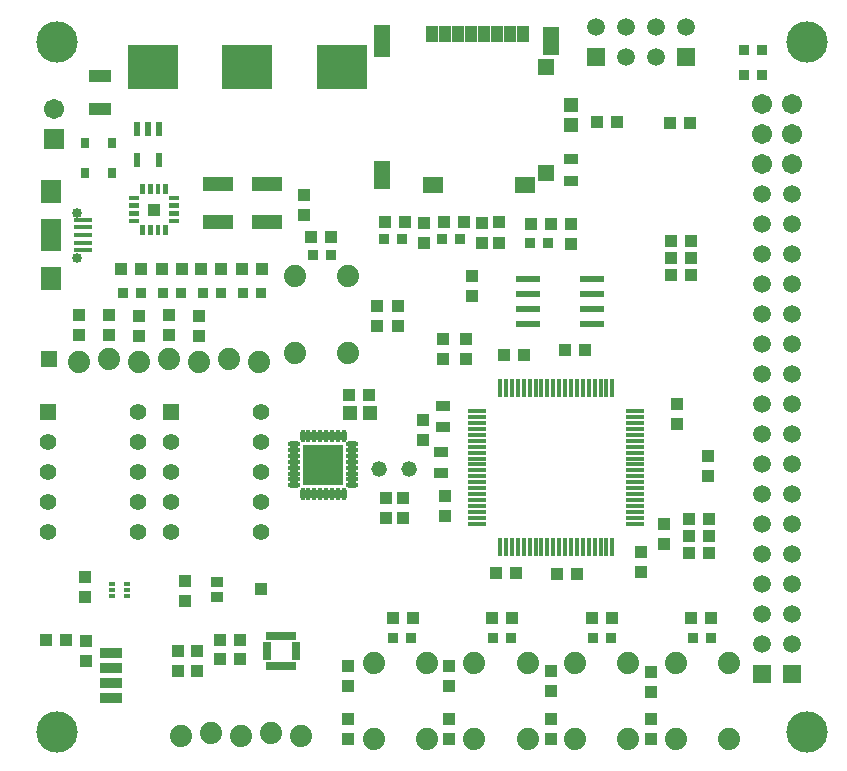
<source format=gbr>
%TF.GenerationSoftware,Novarm,DipTrace,3.2.0.1*%
%TF.CreationDate,2017-11-24T17:42:06-08:00*%
%FSLAX26Y26*%
%MOIN*%
%TF.FileFunction,Soldermask,Top*%
%TF.Part,Single*%
%AMOUTLINE0*
4,1,4,
-0.049213,-0.023622,
0.049213,-0.023622,
0.049213,0.023622,
-0.049213,0.023622,
-0.049213,-0.023622,
0*%
%AMOUTLINE1*
4,1,4,
-0.012402,-0.016339,
0.012402,-0.016339,
0.012402,0.016339,
-0.012402,0.016339,
-0.012402,-0.016339,
0*%
%AMOUTLINE2*
4,1,4,
-0.035433,0.019685,
-0.035433,-0.019685,
0.035433,-0.019685,
0.035433,0.019685,
-0.035433,0.019685,
0*%
%AMOUTLINE3*
4,1,4,
-0.028543,0.007874,
-0.028543,-0.007874,
0.028543,-0.007874,
0.028543,0.007874,
-0.028543,0.007874,
0*%
%AMOUTLINE4*
4,1,4,
-0.029528,0.035433,
-0.029528,-0.035433,
0.029528,-0.035433,
0.029528,0.035433,
-0.029528,0.035433,
0*%
%AMOUTLINE5*
4,1,4,
-0.029528,0.049213,
-0.029528,-0.049213,
0.029528,-0.049213,
0.029528,0.049213,
-0.029528,0.049213,
0*%
%AMOUTLINE6*
4,1,4,
0.026163,0.026163,
0.026205,-0.026121,
-0.026121,-0.026205,
-0.026163,0.026163,
0.026163,0.026163,
0*%
%AMOUTLINE7*
4,1,4,
-0.023622,0.015748,
-0.023622,-0.015748,
0.023622,-0.015748,
0.023622,0.015748,
-0.023622,0.015748,
0*%
%AMOUTLINE8*
4,1,4,
0.023622,-0.015748,
0.023622,0.015748,
-0.023622,0.015748,
-0.023622,-0.015748,
0.023622,-0.015748,
0*%
%AMOUTLINE9*
4,1,4,
-0.015748,0.015748,
-0.015748,-0.015748,
0.015748,-0.015748,
0.015748,0.015748,
-0.015748,0.015748,
0*%
%AMOUTLINE10*
4,1,4,
0.00689,-0.01378,
0.00689,0.01378,
-0.00689,0.01378,
-0.00689,-0.01378,
0.00689,-0.01378,
0*%
%AMOUTLINE11*
4,1,4,
0.01378,0.00689,
-0.01378,0.00689,
-0.01378,-0.00689,
0.01378,-0.00689,
0.01378,0.00689,
0*%
%AMOUTLINE12*
4,1,4,
-0.00689,0.01378,
-0.00689,-0.01378,
0.00689,-0.01378,
0.00689,0.01378,
-0.00689,0.01378,
0*%
%AMOUTLINE13*
4,1,4,
-0.01378,-0.00689,
0.01378,-0.00689,
0.01378,0.00689,
-0.01378,0.00689,
-0.01378,-0.00689,
0*%
%AMOUTLINE14*
4,1,4,
0.019685,-0.019685,
0.019685,0.019685,
-0.019685,0.019685,
-0.019685,-0.019685,
0.019685,-0.019685,
0*%
%AMOUTLINE15*
4,1,4,
-0.010827,-0.023622,
0.010827,-0.023622,
0.010827,0.023622,
-0.010827,0.023622,
-0.010827,-0.023622,
0*%
%AMOUTLINE16*
4,1,4,
0.021654,0.015748,
-0.021654,0.015748,
-0.021654,-0.015748,
0.021654,-0.015748,
0.021654,0.015748,
0*%
%AMOUTLINE17*
4,1,4,
0.021654,0.019685,
-0.021654,0.019685,
-0.021654,-0.019685,
0.021654,-0.019685,
0.021654,0.019685,
0*%
%AMOUTLINE18*
4,1,4,
0.035433,-0.015748,
0.035433,0.015748,
-0.035433,0.015748,
-0.035433,-0.015748,
0.035433,-0.015748,
0*%
%AMOUTLINE19*
4,1,4,
-0.009843,0.005906,
-0.009843,-0.005906,
0.009843,-0.005906,
0.009843,0.005906,
-0.009843,0.005906,
0*%
%ADD24R,0.043307X0.03937*%
%ADD25R,0.03937X0.043307*%
%ADD39R,0.059055X0.059055*%
%ADD40C,0.059055*%
%ADD41C,0.074*%
%ADD44C,0.052*%
%ADD46R,0.062992X0.011811*%
%ADD47R,0.011811X0.062992*%
%ADD48R,0.07874X0.023622*%
%ADD52R,0.05937X0.05937*%
%ADD53C,0.05937*%
%ADD59C,0.137795*%
%ADD60C,0.033465*%
%ADD68R,0.135953X0.135953*%
%ADD70O,0.041465X0.019811*%
%ADD72O,0.019811X0.041465*%
%ADD78R,0.027685X0.019811*%
%ADD80R,0.019811X0.027685*%
%ADD92C,0.067055*%
%ADD94R,0.067055X0.067055*%
%ADD96R,0.053669X0.057213*%
%ADD98R,0.053669X0.055244*%
%ADD100R,0.067055X0.053276*%
%ADD102R,0.053276X0.094614*%
%ADD104R,0.053276X0.106425*%
%ADD106R,0.039496X0.056819*%
%ADD108C,0.056*%
%ADD110R,0.055992X0.055992*%
%ADD112R,0.04737X0.051307*%
%ADD114R,0.051307X0.04737*%
%ADD116R,0.16548X0.149732*%
%ADD121OUTLINE0*%
%ADD122OUTLINE1*%
%ADD123OUTLINE2*%
%ADD124OUTLINE3*%
%ADD125OUTLINE4*%
%ADD126OUTLINE5*%
%ADD127OUTLINE6*%
%ADD128OUTLINE7*%
%ADD129OUTLINE8*%
%ADD130OUTLINE9*%
%ADD131OUTLINE10*%
%ADD132OUTLINE11*%
%ADD133OUTLINE12*%
%ADD134OUTLINE13*%
%ADD135OUTLINE14*%
%ADD136OUTLINE15*%
%ADD137OUTLINE16*%
%ADD138OUTLINE17*%
%ADD139OUTLINE18*%
%ADD140OUTLINE19*%
G75*
G01*
%LPD*%
D116*
X1444001Y2709623D3*
X1129041D3*
X814080D3*
D24*
X2050424Y1750382D3*
X1983495D3*
D112*
X2206310Y2515915D3*
Y2582844D3*
D24*
X1956664Y1025306D3*
X2023593D3*
D25*
X2519000Y1119000D3*
Y1185929D3*
D24*
X2228182Y1019197D3*
X2161253D3*
D25*
X2559625Y1519000D3*
Y1585929D3*
X1787749Y1281500D3*
Y1214571D3*
X1715875Y1465871D3*
Y1532801D3*
X1647003Y1275156D3*
Y1208227D3*
X1590752Y1275156D3*
Y1208227D3*
D121*
X1031470Y2322129D3*
Y2192207D3*
X1193987Y2322129D3*
Y2192207D3*
D24*
X2187562Y1765992D3*
X2254491D3*
D25*
X1319000Y2284625D3*
Y2217696D3*
X1877465Y2014965D3*
Y1948035D3*
D24*
X1037752Y800249D3*
X1104681D3*
X1103378Y737749D3*
X1036449D3*
D25*
X587749Y944000D3*
Y1010929D3*
X589982Y796243D3*
Y729314D3*
D24*
X1469000Y1615875D3*
X1535929D3*
D122*
X587730Y2456546D3*
X678281D3*
X587730Y2356556D3*
X678281D3*
D110*
X875251Y1559625D3*
D108*
Y1459625D3*
Y1359625D3*
Y1259625D3*
Y1159625D3*
X1175251D3*
Y1259625D3*
Y1359625D3*
Y1459625D3*
Y1559625D3*
D110*
X465875D3*
D108*
Y1459625D3*
Y1359625D3*
Y1259625D3*
Y1159625D3*
X765875D3*
Y1259625D3*
Y1359625D3*
Y1459625D3*
Y1559625D3*
D123*
X637724Y2569034D3*
Y2679270D3*
D59*
X494000Y494000D3*
X2994000D3*
Y2794000D3*
X494000D3*
G36*
X507681Y2334658D2*
X440820D1*
Y2255851D1*
X507681D1*
Y2334658D1*
G37*
G36*
Y2044594D2*
X440820D1*
Y1965787D1*
X507681D1*
Y2044594D1*
G37*
G36*
Y2203405D2*
X440845D1*
Y2097040D1*
X507681D1*
Y2203405D1*
G37*
D124*
X581500Y2150251D3*
Y2175841D3*
Y2099070D3*
Y2124659D3*
D125*
X474217Y2295329D3*
Y2005172D3*
D126*
Y2150251D3*
D124*
X581500Y2201430D3*
D60*
X560831Y2225054D3*
Y2075446D3*
D106*
X1745409Y2821198D3*
X1788717D3*
X1832024D3*
X1875331D3*
X1918638D3*
X1961945D3*
X2005252D3*
X2048559D3*
D104*
X1578480Y2796408D3*
D102*
Y2350345D3*
D100*
X1747772Y2318849D3*
X2054071D3*
D98*
X2125331Y2357431D3*
D96*
Y2711761D3*
D102*
X2141079Y2796408D3*
D94*
X484615Y2472169D3*
D92*
Y2572169D3*
D127*
X469000Y1737749D3*
D41*
X569000Y1727749D3*
X669000Y1737749D3*
X769000Y1727749D3*
X869000Y1737749D3*
X969000Y1727749D3*
X1069000Y1737749D3*
X1169000Y1727749D3*
D128*
X1775398Y1356591D3*
Y1427457D3*
D129*
X1781647Y1581614D3*
Y1510748D3*
D128*
X2206310Y2331559D3*
Y2402425D3*
D130*
X1407251Y2083751D3*
X1348196D3*
X908583Y1956501D3*
X849528D3*
X775251D3*
X716196D3*
X1175249D3*
X1116194D3*
X1041916D3*
X982861D3*
X2675249Y806500D3*
X2616194D3*
X2341916D3*
X2282861D3*
X2008584D3*
X1949529D3*
X1675251D3*
X1616196D3*
X1837902Y2137923D3*
X1778846D3*
X1644131D3*
X1585076D3*
X2131682Y2125421D3*
X2072627D3*
X2844000Y2684630D3*
X2784945D3*
X2844000Y2765881D3*
X2784945D3*
D44*
X1569000Y1369000D3*
X1669000D3*
D25*
X1781654Y1736257D3*
Y1803186D3*
X1856654Y1737881D3*
Y1804810D3*
D24*
X1339677Y2144173D3*
X1406606D3*
D25*
X1631500Y1912751D3*
Y1845822D3*
X1969165Y2125421D3*
Y2192350D3*
X969000Y1812751D3*
Y1879680D3*
X869000Y1815875D3*
Y1882804D3*
X769000Y1814571D3*
Y1881500D3*
X669000Y1815875D3*
Y1882804D3*
X2440875Y1094000D3*
Y1027071D3*
X569000Y1884625D3*
Y1817696D3*
D24*
X843738Y2037751D3*
X910667D3*
X708320D3*
X775249D3*
D25*
X1562751Y1912751D3*
Y1845822D3*
D24*
X1109625Y2037751D3*
X1176554D3*
X975251D3*
X1042180D3*
X2675249Y875248D3*
X2608320D3*
X2344000D3*
X2277071D3*
X2012751D3*
X1945822D3*
X1681500D3*
X1614571D3*
D25*
X1912741Y2125249D3*
Y2192178D3*
D24*
X1783311Y2194000D3*
X1850240D3*
D25*
X1718991Y2125249D3*
Y2192178D3*
D24*
X1587739Y2194000D3*
X1654668D3*
D25*
X2206690Y2119171D3*
Y2186100D3*
D24*
X2075427Y2187928D3*
X2142356D3*
D25*
X1465073Y714995D3*
Y648066D3*
X1802609Y714995D3*
Y648066D3*
X2141972Y696243D3*
Y629314D3*
X2475469Y694031D3*
Y627102D3*
X2140144Y537765D3*
Y470836D3*
X1802609Y537765D3*
Y470836D3*
X2475469Y537765D3*
Y470836D3*
X1465073Y537765D3*
Y470836D3*
D24*
X456507Y800282D3*
X523436D3*
D25*
X962810Y762778D3*
Y695849D3*
X897175Y762778D3*
Y695849D3*
D24*
X2600251Y1203375D3*
X2667180D3*
X2600252Y1147125D3*
X2667181D3*
X2600251Y1090875D3*
X2667180D3*
X2540875Y2131500D3*
X2607804D3*
X2540877Y2075251D3*
X2607806D3*
X2541113Y2016034D3*
X2608042D3*
D25*
X920157Y930713D3*
Y997642D3*
D24*
X2538432Y2523071D3*
X2605361D3*
D25*
X2662988Y1412846D3*
Y1345917D3*
D24*
X2294707Y2527507D3*
X2361636D3*
D114*
X1469911Y1557411D3*
X1536840D3*
D41*
X1287749Y1756500D3*
Y2012500D3*
X1465749Y1756500D3*
Y2012500D3*
X1550249Y469000D3*
Y725000D3*
X1728249Y469000D3*
Y725000D3*
X1885667Y469000D3*
Y725000D3*
X2063667Y469000D3*
Y725000D3*
X2221083Y469000D3*
Y725000D3*
X2399083Y469000D3*
Y725000D3*
X2556500Y469000D3*
Y725000D3*
X2734500Y469000D3*
Y725000D3*
D46*
X1894984Y1562749D3*
Y1543064D3*
Y1523379D3*
Y1503694D3*
Y1484009D3*
Y1464324D3*
Y1444639D3*
Y1424954D3*
Y1405269D3*
Y1385584D3*
Y1365899D3*
Y1346214D3*
Y1326529D3*
Y1306844D3*
Y1287159D3*
Y1267474D3*
Y1247789D3*
Y1228104D3*
Y1208419D3*
Y1188734D3*
D47*
X1971756Y1111962D3*
X1991441D3*
X2011126D3*
X2030811D3*
X2050496D3*
X2070181D3*
X2089866D3*
X2109551D3*
X2129236D3*
X2148921D3*
X2168606D3*
X2188291D3*
X2207976D3*
X2227661D3*
X2247346D3*
X2267031D3*
X2286717D3*
X2306402D3*
X2326087D3*
X2345772D3*
D46*
X2422543Y1188734D3*
Y1208419D3*
Y1228104D3*
Y1247789D3*
Y1267474D3*
Y1287159D3*
Y1306844D3*
Y1326529D3*
Y1346214D3*
Y1365899D3*
Y1385584D3*
Y1405269D3*
Y1424954D3*
Y1444639D3*
Y1464324D3*
Y1484009D3*
Y1503694D3*
Y1523379D3*
Y1543064D3*
Y1562749D3*
D47*
X2345772Y1639521D3*
X2326087D3*
X2306402D3*
X2286717D3*
X2267031D3*
X2247346D3*
X2227661D3*
X2207976D3*
X2188291D3*
X2168606D3*
X2148921D3*
X2129236D3*
X2109551D3*
X2089866D3*
X2070181D3*
X2050496D3*
X2030811D3*
X2011126D3*
X1991441D3*
X1971756D3*
G36*
X864371Y2286645D2*
X848593D1*
Y2320094D1*
X864371D1*
Y2286645D1*
G37*
G36*
X838791D2*
X823013D1*
Y2320094D1*
X838791D1*
Y2286645D1*
G37*
G36*
X813194D2*
X797416D1*
Y2320094D1*
X813194D1*
Y2286645D1*
G37*
G36*
X787598D2*
X771836D1*
Y2320094D1*
X787598D1*
Y2286645D1*
G37*
G36*
X766944Y2281702D2*
X733475D1*
Y2265959D1*
X766944D1*
Y2281702D1*
G37*
G36*
Y2256124D2*
X733475D1*
Y2240364D1*
X766944D1*
Y2256124D1*
G37*
G36*
Y2230529D2*
X733475D1*
Y2214787D1*
X766944D1*
Y2230529D1*
G37*
G36*
Y2204935D2*
X733475D1*
Y2189192D1*
X766944D1*
Y2204935D1*
G37*
G36*
X771887Y2184300D2*
X787598D1*
Y2150816D1*
X771887D1*
Y2184300D1*
G37*
G36*
X797467D2*
X813194D1*
Y2150816D1*
X797467D1*
Y2184300D1*
G37*
G36*
X823064D2*
X838791D1*
Y2150816D1*
X823064D1*
Y2184300D1*
G37*
G36*
X848644D2*
X864371D1*
Y2150816D1*
X848644D1*
Y2184300D1*
G37*
G36*
X869281Y2189242D2*
X902766D1*
Y2204935D1*
X869281D1*
Y2189242D1*
G37*
G36*
Y2214837D2*
X902766D1*
Y2230529D1*
X869281D1*
Y2214837D1*
G37*
G36*
Y2240415D2*
X902766D1*
Y2256124D1*
X869281D1*
Y2240415D1*
G37*
G36*
Y2266010D2*
X902766D1*
Y2281702D1*
X869281D1*
Y2266010D1*
G37*
D131*
X856500Y2303375D3*
X830909D3*
X805319D3*
X779728D3*
D132*
X750201Y2273848D3*
Y2248257D3*
Y2222667D3*
Y2197076D3*
D133*
X779728Y2167549D3*
X805319D3*
X830909D3*
X856500D3*
D134*
X886028Y2197076D3*
Y2222667D3*
Y2248257D3*
Y2273848D3*
D135*
X818114Y2235462D3*
D136*
X834625Y2503375D3*
X797223D3*
X759822D3*
Y2401005D3*
X834625D3*
D48*
X2065875Y2003375D3*
Y1953375D3*
Y1903375D3*
Y1853375D3*
X2278474D3*
Y1903375D3*
Y1953375D3*
Y2003375D3*
D80*
X1281593Y812783D3*
X1261908D3*
X1242223D3*
X1222538D3*
X1202853D3*
D78*
X1193010Y783256D3*
Y763571D3*
Y743886D3*
D80*
X1222538Y714358D3*
X1242223D3*
X1261908D3*
X1281593D3*
D78*
X1291436Y743886D3*
Y763571D3*
Y783256D3*
D80*
X1202853Y714358D3*
D137*
X1028375Y944000D3*
D138*
X1175226Y969984D3*
D137*
X1028375Y995181D3*
D139*
X675280Y756528D3*
Y606528D3*
Y656528D3*
Y706528D3*
D140*
X728375Y947126D3*
Y966811D3*
Y986496D3*
X676407D3*
Y966811D3*
Y947126D3*
D52*
X2590875Y2743993D3*
D53*
Y2843993D3*
X2490875Y2743993D3*
Y2843993D3*
X2390875Y2743993D3*
Y2843993D3*
D52*
X2290875Y2743993D3*
D53*
Y2843993D3*
D72*
X1450816Y1481230D3*
X1431131D3*
X1411446D3*
X1391761D3*
X1372076D3*
X1352391D3*
X1332706D3*
X1313021D3*
D70*
X1285462Y1453671D3*
Y1433986D3*
Y1414301D3*
Y1394615D3*
Y1374930D3*
Y1355245D3*
Y1335560D3*
Y1315875D3*
D72*
X1313021Y1288316D3*
X1332706D3*
X1352391D3*
X1372076D3*
X1391761D3*
X1411446D3*
X1431131D3*
X1450816D3*
D70*
X1478375Y1315875D3*
Y1335560D3*
Y1355245D3*
Y1374930D3*
Y1394615D3*
Y1414301D3*
Y1433986D3*
Y1453671D3*
D68*
X1381919Y1384773D3*
D39*
X2844000Y687749D3*
D40*
Y787749D3*
Y887749D3*
Y987749D3*
Y1087749D3*
Y1187749D3*
Y1287749D3*
Y1387749D3*
Y1487749D3*
Y1587749D3*
Y1687749D3*
Y1787749D3*
Y1887749D3*
Y1987749D3*
Y2087749D3*
Y2187749D3*
Y2287749D3*
D92*
Y2387749D3*
Y2487749D3*
Y2587749D3*
D39*
X2944000Y687749D3*
D40*
Y787749D3*
Y887749D3*
Y987749D3*
Y1087749D3*
Y1187749D3*
Y1287749D3*
Y1387749D3*
Y1487749D3*
Y1587749D3*
Y1687749D3*
Y1787749D3*
Y1887749D3*
Y1987749D3*
Y2087749D3*
Y2187749D3*
Y2287749D3*
D92*
Y2387749D3*
Y2487749D3*
Y2587749D3*
D41*
X1306596Y481247D3*
X1206596Y491247D3*
X1106596Y481247D3*
X1006596Y491247D3*
X906596Y481247D3*
M02*

</source>
